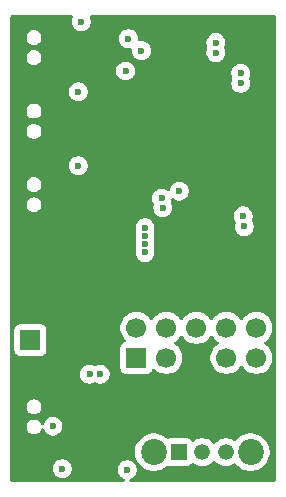
<source format=gbr>
%TF.GenerationSoftware,KiCad,Pcbnew,9.0.4*%
%TF.CreationDate,2025-09-28T00:50:50+02:00*%
%TF.ProjectId,BTM308-host-top,42544d33-3038-42d6-986f-73742d746f70,rev?*%
%TF.SameCoordinates,Original*%
%TF.FileFunction,Copper,L2,Inr*%
%TF.FilePolarity,Positive*%
%FSLAX46Y46*%
G04 Gerber Fmt 4.6, Leading zero omitted, Abs format (unit mm)*
G04 Created by KiCad (PCBNEW 9.0.4) date 2025-09-28 00:50:50*
%MOMM*%
%LPD*%
G01*
G04 APERTURE LIST*
%TA.AperFunction,ComponentPad*%
%ADD10R,1.700000X1.700000*%
%TD*%
%TA.AperFunction,ComponentPad*%
%ADD11C,1.700000*%
%TD*%
%TA.AperFunction,ComponentPad*%
%ADD12R,1.337000X1.337000*%
%TD*%
%TA.AperFunction,ComponentPad*%
%ADD13C,1.337000*%
%TD*%
%TA.AperFunction,ComponentPad*%
%ADD14C,2.190000*%
%TD*%
%TA.AperFunction,ViaPad*%
%ADD15C,0.600000*%
%TD*%
G04 APERTURE END LIST*
D10*
%TO.N,GND*%
%TO.C,J7*%
X116700000Y-79300000D03*
%TD*%
%TO.N,Net-(J6-Pin_1)*%
%TO.C,J6*%
X116700000Y-83500000D03*
%TD*%
%TO.N,AGND*%
%TO.C,J5*%
X125670000Y-85025000D03*
D11*
X125670000Y-82485000D03*
X128210000Y-85025000D03*
%TO.N,/SPK_AN*%
X128210000Y-82485000D03*
%TO.N,GND*%
X130750000Y-85025000D03*
%TO.N,/SPK_AP*%
X130750000Y-82485000D03*
%TO.N,/VCHG*%
X133290000Y-85025000D03*
%TO.N,/SPK_BP*%
X133290000Y-82485000D03*
%TO.N,/VBAT*%
X135830000Y-85025000D03*
%TO.N,/SPK_BN*%
X135830000Y-82485000D03*
%TD*%
D12*
%TO.N,/MFB*%
%TO.C,SW4*%
X129250000Y-93000000D03*
D13*
%TO.N,/VBAT*%
X131250000Y-93000000D03*
%TO.N,N/C*%
X133250000Y-93000000D03*
D14*
X127150000Y-93000000D03*
X135350000Y-93000000D03*
%TD*%
D15*
%TO.N,GND*%
X118400000Y-65000000D03*
X127700000Y-88000000D03*
X120600000Y-79300000D03*
X130600000Y-65700000D03*
X115600000Y-65300000D03*
X131000000Y-61100000D03*
X128400000Y-63300000D03*
X115800000Y-90100000D03*
X134800000Y-75200000D03*
X130800000Y-68900000D03*
X128700000Y-57400000D03*
X117700000Y-75600000D03*
X119700000Y-67700000D03*
X117700000Y-86800000D03*
X128500000Y-65800000D03*
X115800000Y-86600000D03*
X118300000Y-58800000D03*
X134600000Y-63800000D03*
X120700000Y-83500000D03*
X120600000Y-81300000D03*
X134800000Y-75800000D03*
X134500000Y-67200000D03*
X115900000Y-94000000D03*
X118500000Y-71300000D03*
X129200000Y-75600000D03*
X130400000Y-74300000D03*
X126700000Y-56700000D03*
X129600000Y-94900000D03*
X131300000Y-88000000D03*
X119900000Y-61300000D03*
X132400000Y-80300000D03*
X131400000Y-63500000D03*
X120700000Y-74900000D03*
X128700000Y-89900000D03*
X128500000Y-68300000D03*
X133400000Y-94900000D03*
X134900000Y-88000000D03*
X116000000Y-58900000D03*
X115800000Y-71800000D03*
X132300000Y-89900000D03*
X135900000Y-89900000D03*
X124000000Y-79200000D03*
X117500000Y-94100000D03*
%TO.N,/MFB*%
X129300000Y-70900000D03*
%TO.N,/SPK_AN*%
X132400000Y-59175000D03*
%TO.N,Net-(U1-PIO8)*%
X125000000Y-58000000D03*
X120750000Y-62500000D03*
%TO.N,/LED2*%
X121700000Y-86400000D03*
X127800000Y-71500000D03*
%TO.N,Net-(U1-PIO1)*%
X126100000Y-59000000D03*
X120750000Y-68750000D03*
%TO.N,/VBAT*%
X118600000Y-90800000D03*
X124900000Y-94500000D03*
X119400000Y-94400000D03*
X134700000Y-73000000D03*
X134800000Y-73900000D03*
%TO.N,/SPK_AP*%
X132400000Y-58325000D03*
%TO.N,Net-(U1-PIO0)*%
X121000000Y-56550000D03*
X124750000Y-60731671D03*
%TO.N,/SPK_BP*%
X134506472Y-60925000D03*
%TO.N,/LED0*%
X127900000Y-72293726D03*
X122600000Y-86400000D03*
%TO.N,/SPK_BN*%
X134506472Y-61775000D03*
%TO.N,AGND*%
X126400000Y-75400000D03*
X126400000Y-76100000D03*
X126400000Y-74700000D03*
X126400000Y-74000000D03*
%TD*%
%TA.AperFunction,Conductor*%
%TO.N,GND*%
G36*
X120242822Y-56019685D02*
G01*
X120288577Y-56072489D01*
X120298521Y-56141647D01*
X120290344Y-56171452D01*
X120230264Y-56316498D01*
X120230261Y-56316510D01*
X120199500Y-56471153D01*
X120199500Y-56628846D01*
X120230261Y-56783489D01*
X120230264Y-56783501D01*
X120290602Y-56929172D01*
X120290609Y-56929185D01*
X120378210Y-57060288D01*
X120378213Y-57060292D01*
X120489707Y-57171786D01*
X120489711Y-57171789D01*
X120620814Y-57259390D01*
X120620827Y-57259397D01*
X120766498Y-57319735D01*
X120766503Y-57319737D01*
X120896962Y-57345687D01*
X120921153Y-57350499D01*
X120921156Y-57350500D01*
X120921158Y-57350500D01*
X121078844Y-57350500D01*
X121078845Y-57350499D01*
X121233497Y-57319737D01*
X121379179Y-57259394D01*
X121510289Y-57171789D01*
X121621789Y-57060289D01*
X121709394Y-56929179D01*
X121769737Y-56783497D01*
X121800500Y-56628842D01*
X121800500Y-56471158D01*
X121800500Y-56471155D01*
X121800499Y-56471153D01*
X121769738Y-56316510D01*
X121769737Y-56316503D01*
X121769735Y-56316498D01*
X121709656Y-56171452D01*
X121702187Y-56101983D01*
X121733462Y-56039504D01*
X121793552Y-56003852D01*
X121824217Y-56000000D01*
X137376000Y-56000000D01*
X137443039Y-56019685D01*
X137488794Y-56072489D01*
X137500000Y-56124000D01*
X137500000Y-95376000D01*
X137480315Y-95443039D01*
X137427511Y-95488794D01*
X137376000Y-95500000D01*
X125200983Y-95500000D01*
X125133944Y-95480315D01*
X125088189Y-95427511D01*
X125078245Y-95358353D01*
X125107270Y-95294797D01*
X125153531Y-95261439D01*
X125279172Y-95209397D01*
X125279172Y-95209396D01*
X125279179Y-95209394D01*
X125410289Y-95121789D01*
X125521789Y-95010289D01*
X125609394Y-94879179D01*
X125669737Y-94733497D01*
X125700500Y-94578842D01*
X125700500Y-94421158D01*
X125700500Y-94421155D01*
X125700499Y-94421153D01*
X125669737Y-94266503D01*
X125649224Y-94216980D01*
X125609397Y-94120827D01*
X125609390Y-94120814D01*
X125521789Y-93989711D01*
X125521786Y-93989707D01*
X125410292Y-93878213D01*
X125410288Y-93878210D01*
X125279185Y-93790609D01*
X125279172Y-93790602D01*
X125133501Y-93730264D01*
X125133489Y-93730261D01*
X124978845Y-93699500D01*
X124978842Y-93699500D01*
X124821158Y-93699500D01*
X124821155Y-93699500D01*
X124666510Y-93730261D01*
X124666498Y-93730264D01*
X124520827Y-93790602D01*
X124520814Y-93790609D01*
X124389711Y-93878210D01*
X124389707Y-93878213D01*
X124278213Y-93989707D01*
X124278210Y-93989711D01*
X124190609Y-94120814D01*
X124190602Y-94120827D01*
X124130264Y-94266498D01*
X124130261Y-94266510D01*
X124099500Y-94421153D01*
X124099500Y-94578846D01*
X124130261Y-94733489D01*
X124130264Y-94733501D01*
X124190602Y-94879172D01*
X124190609Y-94879185D01*
X124278210Y-95010288D01*
X124278213Y-95010292D01*
X124389707Y-95121786D01*
X124389711Y-95121789D01*
X124520814Y-95209390D01*
X124520827Y-95209397D01*
X124646469Y-95261439D01*
X124700873Y-95305280D01*
X124722938Y-95371574D01*
X124705659Y-95439273D01*
X124654522Y-95486884D01*
X124599017Y-95500000D01*
X115124000Y-95500000D01*
X115056961Y-95480315D01*
X115011206Y-95427511D01*
X115000000Y-95376000D01*
X115000000Y-94321153D01*
X118599500Y-94321153D01*
X118599500Y-94478846D01*
X118630261Y-94633489D01*
X118630264Y-94633501D01*
X118690602Y-94779172D01*
X118690609Y-94779185D01*
X118778210Y-94910288D01*
X118778213Y-94910292D01*
X118889707Y-95021786D01*
X118889711Y-95021789D01*
X119020814Y-95109390D01*
X119020827Y-95109397D01*
X119166498Y-95169735D01*
X119166503Y-95169737D01*
X119321153Y-95200499D01*
X119321156Y-95200500D01*
X119321158Y-95200500D01*
X119478844Y-95200500D01*
X119478845Y-95200499D01*
X119633497Y-95169737D01*
X119779179Y-95109394D01*
X119910289Y-95021789D01*
X120021789Y-94910289D01*
X120109394Y-94779179D01*
X120169737Y-94633497D01*
X120200500Y-94478842D01*
X120200500Y-94321158D01*
X120200500Y-94321155D01*
X120200499Y-94321153D01*
X120189627Y-94266498D01*
X120169737Y-94166503D01*
X120150812Y-94120814D01*
X120109397Y-94020827D01*
X120109390Y-94020814D01*
X120021789Y-93889711D01*
X120021786Y-93889707D01*
X119910292Y-93778213D01*
X119910288Y-93778210D01*
X119779185Y-93690609D01*
X119779172Y-93690602D01*
X119633501Y-93630264D01*
X119633489Y-93630261D01*
X119478845Y-93599500D01*
X119478842Y-93599500D01*
X119321158Y-93599500D01*
X119321155Y-93599500D01*
X119166510Y-93630261D01*
X119166498Y-93630264D01*
X119020827Y-93690602D01*
X119020814Y-93690609D01*
X118889711Y-93778210D01*
X118889707Y-93778213D01*
X118778213Y-93889707D01*
X118778210Y-93889711D01*
X118690609Y-94020814D01*
X118690602Y-94020827D01*
X118630264Y-94166498D01*
X118630261Y-94166510D01*
X118599500Y-94321153D01*
X115000000Y-94321153D01*
X115000000Y-92874425D01*
X125554500Y-92874425D01*
X125554500Y-93125574D01*
X125593785Y-93373614D01*
X125671393Y-93612464D01*
X125731415Y-93730261D01*
X125769490Y-93804988D01*
X125785408Y-93836227D01*
X125933014Y-94039393D01*
X126110606Y-94216985D01*
X126300722Y-94355109D01*
X126313776Y-94364594D01*
X126424779Y-94421153D01*
X126537535Y-94478606D01*
X126537537Y-94478606D01*
X126537540Y-94478608D01*
X126665567Y-94520206D01*
X126776385Y-94556214D01*
X127024426Y-94595500D01*
X127024431Y-94595500D01*
X127275574Y-94595500D01*
X127523614Y-94556214D01*
X127762460Y-94478608D01*
X127986224Y-94364594D01*
X128189399Y-94216980D01*
X128249983Y-94156395D01*
X128311303Y-94122912D01*
X128380994Y-94127895D01*
X128457410Y-94156397D01*
X128474017Y-94162591D01*
X128474016Y-94162591D01*
X128480944Y-94163335D01*
X128533627Y-94169000D01*
X129966372Y-94168999D01*
X130025983Y-94162591D01*
X130160831Y-94112296D01*
X130276046Y-94026046D01*
X130342775Y-93936906D01*
X130398708Y-93895037D01*
X130468400Y-93890053D01*
X130514923Y-93910899D01*
X130637310Y-93999819D01*
X130801260Y-94083355D01*
X130976258Y-94140216D01*
X131036838Y-94149810D01*
X131157994Y-94169000D01*
X131157998Y-94169000D01*
X131342006Y-94169000D01*
X131432872Y-94154608D01*
X131523742Y-94140216D01*
X131698740Y-94083355D01*
X131862690Y-93999819D01*
X132011553Y-93891663D01*
X132141663Y-93761553D01*
X132149683Y-93750513D01*
X132205012Y-93707850D01*
X132274626Y-93701871D01*
X132336421Y-93734477D01*
X132350314Y-93750510D01*
X132358337Y-93761553D01*
X132488447Y-93891663D01*
X132637310Y-93999819D01*
X132801260Y-94083355D01*
X132976258Y-94140216D01*
X133036838Y-94149810D01*
X133157994Y-94169000D01*
X133157998Y-94169000D01*
X133342006Y-94169000D01*
X133432872Y-94154608D01*
X133523742Y-94140216D01*
X133698740Y-94083355D01*
X133862690Y-93999819D01*
X133920483Y-93957830D01*
X133986289Y-93934349D01*
X134054343Y-93950174D01*
X134093685Y-93985259D01*
X134133020Y-94039399D01*
X134133022Y-94039401D01*
X134310606Y-94216985D01*
X134500722Y-94355109D01*
X134513776Y-94364594D01*
X134624779Y-94421153D01*
X134737535Y-94478606D01*
X134737537Y-94478606D01*
X134737540Y-94478608D01*
X134865567Y-94520206D01*
X134976385Y-94556214D01*
X135224426Y-94595500D01*
X135224431Y-94595500D01*
X135475574Y-94595500D01*
X135723614Y-94556214D01*
X135962460Y-94478608D01*
X136186224Y-94364594D01*
X136321243Y-94266498D01*
X136389393Y-94216985D01*
X136389395Y-94216982D01*
X136389399Y-94216980D01*
X136566980Y-94039399D01*
X136566982Y-94039395D01*
X136566985Y-94039393D01*
X136671864Y-93895037D01*
X136714594Y-93836224D01*
X136828608Y-93612460D01*
X136906214Y-93373614D01*
X136945500Y-93125574D01*
X136945500Y-92874425D01*
X136906214Y-92626385D01*
X136870206Y-92515567D01*
X136828608Y-92387540D01*
X136828606Y-92387537D01*
X136828606Y-92387535D01*
X136752644Y-92238453D01*
X136714594Y-92163776D01*
X136677397Y-92112578D01*
X136566985Y-91960606D01*
X136389393Y-91783014D01*
X136186227Y-91635408D01*
X136186226Y-91635407D01*
X136186224Y-91635406D01*
X136116347Y-91599801D01*
X135962464Y-91521393D01*
X135723614Y-91443785D01*
X135475574Y-91404500D01*
X135475569Y-91404500D01*
X135224431Y-91404500D01*
X135224426Y-91404500D01*
X134976385Y-91443785D01*
X134737535Y-91521393D01*
X134513772Y-91635408D01*
X134310606Y-91783014D01*
X134133022Y-91960598D01*
X134133019Y-91960602D01*
X134093685Y-92014739D01*
X134038354Y-92057404D01*
X133968740Y-92063382D01*
X133920483Y-92042170D01*
X133862690Y-92000181D01*
X133698740Y-91916645D01*
X133523742Y-91859784D01*
X133523740Y-91859783D01*
X133523739Y-91859783D01*
X133342006Y-91831000D01*
X133342002Y-91831000D01*
X133157998Y-91831000D01*
X133157994Y-91831000D01*
X132976261Y-91859783D01*
X132801257Y-91916646D01*
X132637309Y-92000181D01*
X132488445Y-92108338D01*
X132358339Y-92238444D01*
X132358332Y-92238453D01*
X132350315Y-92249487D01*
X132294984Y-92292151D01*
X132225370Y-92298127D01*
X132163576Y-92265519D01*
X132149685Y-92249487D01*
X132141667Y-92238453D01*
X132141663Y-92238447D01*
X132011553Y-92108337D01*
X131862690Y-92000181D01*
X131698740Y-91916645D01*
X131523742Y-91859784D01*
X131523740Y-91859783D01*
X131523739Y-91859783D01*
X131342006Y-91831000D01*
X131342002Y-91831000D01*
X131157998Y-91831000D01*
X131157994Y-91831000D01*
X130976261Y-91859783D01*
X130801257Y-91916646D01*
X130637309Y-92000181D01*
X130514927Y-92089098D01*
X130449120Y-92112578D01*
X130381066Y-92096753D01*
X130342775Y-92063092D01*
X130306578Y-92014739D01*
X130276046Y-91973954D01*
X130276044Y-91973953D01*
X130276044Y-91973952D01*
X130160835Y-91887706D01*
X130160828Y-91887702D01*
X130025982Y-91837408D01*
X130025983Y-91837408D01*
X129966383Y-91831001D01*
X129966381Y-91831000D01*
X129966373Y-91831000D01*
X129966364Y-91831000D01*
X128533629Y-91831000D01*
X128533623Y-91831001D01*
X128474015Y-91837409D01*
X128380994Y-91872103D01*
X128311303Y-91877087D01*
X128249981Y-91843602D01*
X128189393Y-91783014D01*
X127986227Y-91635408D01*
X127986226Y-91635407D01*
X127986224Y-91635406D01*
X127916347Y-91599801D01*
X127762464Y-91521393D01*
X127523614Y-91443785D01*
X127275574Y-91404500D01*
X127275569Y-91404500D01*
X127024431Y-91404500D01*
X127024426Y-91404500D01*
X126776385Y-91443785D01*
X126537535Y-91521393D01*
X126313772Y-91635408D01*
X126110606Y-91783014D01*
X125933014Y-91960606D01*
X125785408Y-92163772D01*
X125671393Y-92387535D01*
X125593785Y-92626385D01*
X125554500Y-92874425D01*
X115000000Y-92874425D01*
X115000000Y-90805889D01*
X116374500Y-90805889D01*
X116374500Y-90929110D01*
X116398535Y-91049944D01*
X116398538Y-91049954D01*
X116445687Y-91163783D01*
X116445692Y-91163792D01*
X116514141Y-91266232D01*
X116514144Y-91266236D01*
X116601263Y-91353355D01*
X116601267Y-91353358D01*
X116703707Y-91421807D01*
X116703713Y-91421810D01*
X116703714Y-91421811D01*
X116817548Y-91468963D01*
X116938389Y-91492999D01*
X116938393Y-91493000D01*
X116938394Y-91493000D01*
X117061607Y-91493000D01*
X117061608Y-91492999D01*
X117182452Y-91468963D01*
X117296286Y-91421811D01*
X117398733Y-91353358D01*
X117485858Y-91266233D01*
X117554311Y-91163786D01*
X117601463Y-91049952D01*
X117601463Y-91049950D01*
X117603794Y-91044324D01*
X117605772Y-91045143D01*
X117638751Y-90994803D01*
X117702559Y-90966336D01*
X117771627Y-90976885D01*
X117824028Y-91023101D01*
X117833690Y-91041772D01*
X117890602Y-91179172D01*
X117890609Y-91179185D01*
X117978210Y-91310288D01*
X117978213Y-91310292D01*
X118089707Y-91421786D01*
X118089711Y-91421789D01*
X118220814Y-91509390D01*
X118220827Y-91509397D01*
X118366498Y-91569735D01*
X118366503Y-91569737D01*
X118521153Y-91600499D01*
X118521156Y-91600500D01*
X118521158Y-91600500D01*
X118678844Y-91600500D01*
X118678845Y-91600499D01*
X118833497Y-91569737D01*
X118979179Y-91509394D01*
X119110289Y-91421789D01*
X119221789Y-91310289D01*
X119309394Y-91179179D01*
X119315768Y-91163792D01*
X119369735Y-91033501D01*
X119369737Y-91033497D01*
X119400500Y-90878842D01*
X119400500Y-90721158D01*
X119400500Y-90721155D01*
X119400499Y-90721153D01*
X119370674Y-90571214D01*
X119369737Y-90566503D01*
X119329252Y-90468763D01*
X119309397Y-90420827D01*
X119309390Y-90420814D01*
X119221789Y-90289711D01*
X119221786Y-90289707D01*
X119110292Y-90178213D01*
X119110288Y-90178210D01*
X118979185Y-90090609D01*
X118979172Y-90090602D01*
X118833501Y-90030264D01*
X118833489Y-90030261D01*
X118678845Y-89999500D01*
X118678842Y-89999500D01*
X118521158Y-89999500D01*
X118521155Y-89999500D01*
X118366510Y-90030261D01*
X118366498Y-90030264D01*
X118220827Y-90090602D01*
X118220814Y-90090609D01*
X118089711Y-90178210D01*
X118089707Y-90178213D01*
X117978213Y-90289707D01*
X117978210Y-90289711D01*
X117890609Y-90420814D01*
X117890602Y-90420827D01*
X117830264Y-90566498D01*
X117830262Y-90566505D01*
X117819851Y-90618842D01*
X117787465Y-90680752D01*
X117726748Y-90715325D01*
X117656979Y-90711584D01*
X117600308Y-90670716D01*
X117583673Y-90642100D01*
X117554314Y-90571220D01*
X117554307Y-90571207D01*
X117485858Y-90468767D01*
X117485855Y-90468763D01*
X117398736Y-90381644D01*
X117398732Y-90381641D01*
X117296292Y-90313192D01*
X117296283Y-90313187D01*
X117182454Y-90266038D01*
X117182455Y-90266038D01*
X117182452Y-90266037D01*
X117182448Y-90266036D01*
X117182444Y-90266035D01*
X117061610Y-90242000D01*
X117061606Y-90242000D01*
X116938394Y-90242000D01*
X116938389Y-90242000D01*
X116817555Y-90266035D01*
X116817545Y-90266038D01*
X116703716Y-90313187D01*
X116703707Y-90313192D01*
X116601267Y-90381641D01*
X116601263Y-90381644D01*
X116514144Y-90468763D01*
X116514141Y-90468767D01*
X116445692Y-90571207D01*
X116445687Y-90571216D01*
X116398538Y-90685045D01*
X116398535Y-90685055D01*
X116374500Y-90805889D01*
X115000000Y-90805889D01*
X115000000Y-89105889D01*
X116374500Y-89105889D01*
X116374500Y-89229110D01*
X116398535Y-89349944D01*
X116398538Y-89349954D01*
X116445687Y-89463783D01*
X116445692Y-89463792D01*
X116514141Y-89566232D01*
X116514144Y-89566236D01*
X116601263Y-89653355D01*
X116601267Y-89653358D01*
X116703707Y-89721807D01*
X116703713Y-89721810D01*
X116703714Y-89721811D01*
X116817548Y-89768963D01*
X116938389Y-89792999D01*
X116938393Y-89793000D01*
X116938394Y-89793000D01*
X117061607Y-89793000D01*
X117061608Y-89792999D01*
X117182452Y-89768963D01*
X117296286Y-89721811D01*
X117398733Y-89653358D01*
X117485858Y-89566233D01*
X117554311Y-89463786D01*
X117601463Y-89349952D01*
X117625500Y-89229106D01*
X117625500Y-89105894D01*
X117601463Y-88985048D01*
X117554311Y-88871214D01*
X117554310Y-88871213D01*
X117554307Y-88871207D01*
X117485858Y-88768767D01*
X117485855Y-88768763D01*
X117398736Y-88681644D01*
X117398732Y-88681641D01*
X117296292Y-88613192D01*
X117296283Y-88613187D01*
X117182454Y-88566038D01*
X117182455Y-88566038D01*
X117182452Y-88566037D01*
X117182448Y-88566036D01*
X117182444Y-88566035D01*
X117061610Y-88542000D01*
X117061606Y-88542000D01*
X116938394Y-88542000D01*
X116938389Y-88542000D01*
X116817555Y-88566035D01*
X116817545Y-88566038D01*
X116703716Y-88613187D01*
X116703707Y-88613192D01*
X116601267Y-88681641D01*
X116601263Y-88681644D01*
X116514144Y-88768763D01*
X116514141Y-88768767D01*
X116445692Y-88871207D01*
X116445687Y-88871216D01*
X116398538Y-88985045D01*
X116398535Y-88985055D01*
X116374500Y-89105889D01*
X115000000Y-89105889D01*
X115000000Y-86321153D01*
X120899500Y-86321153D01*
X120899500Y-86478846D01*
X120930261Y-86633489D01*
X120930264Y-86633501D01*
X120990602Y-86779172D01*
X120990609Y-86779185D01*
X121078210Y-86910288D01*
X121078213Y-86910292D01*
X121189707Y-87021786D01*
X121189711Y-87021789D01*
X121320814Y-87109390D01*
X121320827Y-87109397D01*
X121466498Y-87169735D01*
X121466503Y-87169737D01*
X121621153Y-87200499D01*
X121621156Y-87200500D01*
X121621158Y-87200500D01*
X121778844Y-87200500D01*
X121778845Y-87200499D01*
X121933497Y-87169737D01*
X122079179Y-87109394D01*
X122081110Y-87108103D01*
X122082276Y-87107737D01*
X122084546Y-87106525D01*
X122084776Y-87106955D01*
X122147786Y-87087226D01*
X122215166Y-87105710D01*
X122218850Y-87108077D01*
X122220821Y-87109394D01*
X122220824Y-87109395D01*
X122220827Y-87109397D01*
X122366498Y-87169735D01*
X122366503Y-87169737D01*
X122521153Y-87200499D01*
X122521156Y-87200500D01*
X122521158Y-87200500D01*
X122678844Y-87200500D01*
X122678845Y-87200499D01*
X122833497Y-87169737D01*
X122979179Y-87109394D01*
X123110289Y-87021789D01*
X123221789Y-86910289D01*
X123309394Y-86779179D01*
X123369737Y-86633497D01*
X123400500Y-86478842D01*
X123400500Y-86321158D01*
X123400500Y-86321155D01*
X123400499Y-86321153D01*
X123369738Y-86166510D01*
X123369737Y-86166503D01*
X123349371Y-86117335D01*
X123309397Y-86020827D01*
X123309390Y-86020814D01*
X123221789Y-85889711D01*
X123221786Y-85889707D01*
X123110292Y-85778213D01*
X123110288Y-85778210D01*
X122979185Y-85690609D01*
X122979172Y-85690602D01*
X122833501Y-85630264D01*
X122833489Y-85630261D01*
X122678845Y-85599500D01*
X122678842Y-85599500D01*
X122521158Y-85599500D01*
X122521155Y-85599500D01*
X122366510Y-85630261D01*
X122366498Y-85630264D01*
X122220822Y-85690604D01*
X122220820Y-85690605D01*
X122218885Y-85691899D01*
X122217717Y-85692264D01*
X122215451Y-85693476D01*
X122215221Y-85693045D01*
X122152206Y-85712773D01*
X122084827Y-85694285D01*
X122081115Y-85691899D01*
X122079179Y-85690605D01*
X122079177Y-85690604D01*
X121933501Y-85630264D01*
X121933489Y-85630261D01*
X121778845Y-85599500D01*
X121778842Y-85599500D01*
X121621158Y-85599500D01*
X121621155Y-85599500D01*
X121466510Y-85630261D01*
X121466498Y-85630264D01*
X121320827Y-85690602D01*
X121320814Y-85690609D01*
X121189711Y-85778210D01*
X121189707Y-85778213D01*
X121078213Y-85889707D01*
X121078210Y-85889711D01*
X120990609Y-86020814D01*
X120990602Y-86020827D01*
X120930264Y-86166498D01*
X120930261Y-86166510D01*
X120899500Y-86321153D01*
X115000000Y-86321153D01*
X115000000Y-82602135D01*
X115349500Y-82602135D01*
X115349500Y-84397870D01*
X115349501Y-84397876D01*
X115355908Y-84457483D01*
X115406202Y-84592328D01*
X115406206Y-84592335D01*
X115492452Y-84707544D01*
X115492455Y-84707547D01*
X115607664Y-84793793D01*
X115607671Y-84793797D01*
X115742517Y-84844091D01*
X115742516Y-84844091D01*
X115749444Y-84844835D01*
X115802127Y-84850500D01*
X117597872Y-84850499D01*
X117657483Y-84844091D01*
X117792331Y-84793796D01*
X117907546Y-84707546D01*
X117993796Y-84592331D01*
X118044091Y-84457483D01*
X118050500Y-84397873D01*
X118050499Y-82602128D01*
X118044091Y-82542517D01*
X118044091Y-82542516D01*
X117997342Y-82417174D01*
X117993797Y-82407672D01*
X117993797Y-82407671D01*
X117993796Y-82407669D01*
X117993794Y-82407666D01*
X117993793Y-82407664D01*
X117972120Y-82378713D01*
X124319500Y-82378713D01*
X124319500Y-82591286D01*
X124352753Y-82801239D01*
X124418444Y-83003414D01*
X124514951Y-83192820D01*
X124639890Y-83364786D01*
X124753430Y-83478326D01*
X124786915Y-83539649D01*
X124781931Y-83609341D01*
X124740059Y-83665274D01*
X124709083Y-83682189D01*
X124577669Y-83731203D01*
X124577664Y-83731206D01*
X124462455Y-83817452D01*
X124462452Y-83817455D01*
X124376206Y-83932664D01*
X124376202Y-83932671D01*
X124325908Y-84067517D01*
X124319501Y-84127116D01*
X124319500Y-84127135D01*
X124319500Y-85922870D01*
X124319501Y-85922876D01*
X124325908Y-85982483D01*
X124376202Y-86117328D01*
X124376206Y-86117335D01*
X124462452Y-86232544D01*
X124462455Y-86232547D01*
X124577664Y-86318793D01*
X124577671Y-86318797D01*
X124712517Y-86369091D01*
X124712516Y-86369091D01*
X124719444Y-86369835D01*
X124772127Y-86375500D01*
X126567872Y-86375499D01*
X126627483Y-86369091D01*
X126762331Y-86318796D01*
X126877546Y-86232546D01*
X126963796Y-86117331D01*
X127012810Y-85985916D01*
X127054681Y-85929984D01*
X127120145Y-85905566D01*
X127188418Y-85920417D01*
X127216673Y-85941569D01*
X127330213Y-86055109D01*
X127502179Y-86180048D01*
X127502181Y-86180049D01*
X127502184Y-86180051D01*
X127691588Y-86276557D01*
X127893757Y-86342246D01*
X128103713Y-86375500D01*
X128103714Y-86375500D01*
X128316286Y-86375500D01*
X128316287Y-86375500D01*
X128526243Y-86342246D01*
X128728412Y-86276557D01*
X128917816Y-86180051D01*
X129004138Y-86117335D01*
X129089786Y-86055109D01*
X129089788Y-86055106D01*
X129089792Y-86055104D01*
X129240104Y-85904792D01*
X129240106Y-85904788D01*
X129240109Y-85904786D01*
X129365048Y-85732820D01*
X129365047Y-85732820D01*
X129365051Y-85732816D01*
X129461557Y-85543412D01*
X129527246Y-85341243D01*
X129560500Y-85131287D01*
X129560500Y-84918713D01*
X129527246Y-84708757D01*
X129461557Y-84506588D01*
X129365051Y-84317184D01*
X129365049Y-84317181D01*
X129365048Y-84317179D01*
X129240109Y-84145213D01*
X129089786Y-83994890D01*
X128917820Y-83869951D01*
X128917115Y-83869591D01*
X128909054Y-83865485D01*
X128858259Y-83817512D01*
X128841463Y-83749692D01*
X128863999Y-83683556D01*
X128909054Y-83644515D01*
X128917816Y-83640051D01*
X129007554Y-83574853D01*
X129089786Y-83515109D01*
X129089788Y-83515106D01*
X129089792Y-83515104D01*
X129240104Y-83364792D01*
X129240106Y-83364788D01*
X129240109Y-83364786D01*
X129365048Y-83192820D01*
X129365047Y-83192820D01*
X129365051Y-83192816D01*
X129369514Y-83184054D01*
X129417488Y-83133259D01*
X129485308Y-83116463D01*
X129551444Y-83138999D01*
X129590486Y-83184056D01*
X129594951Y-83192820D01*
X129719890Y-83364786D01*
X129870213Y-83515109D01*
X130042179Y-83640048D01*
X130042181Y-83640049D01*
X130042184Y-83640051D01*
X130231588Y-83736557D01*
X130433757Y-83802246D01*
X130643713Y-83835500D01*
X130643714Y-83835500D01*
X130856286Y-83835500D01*
X130856287Y-83835500D01*
X131066243Y-83802246D01*
X131268412Y-83736557D01*
X131457816Y-83640051D01*
X131547554Y-83574853D01*
X131629786Y-83515109D01*
X131629788Y-83515106D01*
X131629792Y-83515104D01*
X131780104Y-83364792D01*
X131780106Y-83364788D01*
X131780109Y-83364786D01*
X131905048Y-83192820D01*
X131905047Y-83192820D01*
X131905051Y-83192816D01*
X131909514Y-83184054D01*
X131957488Y-83133259D01*
X132025308Y-83116463D01*
X132091444Y-83138999D01*
X132130486Y-83184056D01*
X132134951Y-83192820D01*
X132259890Y-83364786D01*
X132410213Y-83515109D01*
X132582182Y-83640050D01*
X132590946Y-83644516D01*
X132641742Y-83692491D01*
X132658536Y-83760312D01*
X132635998Y-83826447D01*
X132590946Y-83865484D01*
X132582182Y-83869949D01*
X132410213Y-83994890D01*
X132259890Y-84145213D01*
X132134951Y-84317179D01*
X132038444Y-84506585D01*
X131972753Y-84708760D01*
X131939500Y-84918713D01*
X131939500Y-85131286D01*
X131972753Y-85341239D01*
X132038444Y-85543414D01*
X132134951Y-85732820D01*
X132259890Y-85904786D01*
X132410213Y-86055109D01*
X132582179Y-86180048D01*
X132582181Y-86180049D01*
X132582184Y-86180051D01*
X132771588Y-86276557D01*
X132973757Y-86342246D01*
X133183713Y-86375500D01*
X133183714Y-86375500D01*
X133396286Y-86375500D01*
X133396287Y-86375500D01*
X133606243Y-86342246D01*
X133808412Y-86276557D01*
X133997816Y-86180051D01*
X134084138Y-86117335D01*
X134169786Y-86055109D01*
X134169788Y-86055106D01*
X134169792Y-86055104D01*
X134320104Y-85904792D01*
X134320106Y-85904788D01*
X134320109Y-85904786D01*
X134445048Y-85732820D01*
X134445047Y-85732820D01*
X134445051Y-85732816D01*
X134449514Y-85724054D01*
X134497488Y-85673259D01*
X134565308Y-85656463D01*
X134631444Y-85678999D01*
X134670486Y-85724056D01*
X134674951Y-85732820D01*
X134799890Y-85904786D01*
X134950213Y-86055109D01*
X135122179Y-86180048D01*
X135122181Y-86180049D01*
X135122184Y-86180051D01*
X135311588Y-86276557D01*
X135513757Y-86342246D01*
X135723713Y-86375500D01*
X135723714Y-86375500D01*
X135936286Y-86375500D01*
X135936287Y-86375500D01*
X136146243Y-86342246D01*
X136348412Y-86276557D01*
X136537816Y-86180051D01*
X136624138Y-86117335D01*
X136709786Y-86055109D01*
X136709788Y-86055106D01*
X136709792Y-86055104D01*
X136860104Y-85904792D01*
X136860106Y-85904788D01*
X136860109Y-85904786D01*
X136985048Y-85732820D01*
X136985047Y-85732820D01*
X136985051Y-85732816D01*
X137081557Y-85543412D01*
X137147246Y-85341243D01*
X137180500Y-85131287D01*
X137180500Y-84918713D01*
X137147246Y-84708757D01*
X137081557Y-84506588D01*
X136985051Y-84317184D01*
X136985049Y-84317181D01*
X136985048Y-84317179D01*
X136860109Y-84145213D01*
X136709786Y-83994890D01*
X136537820Y-83869951D01*
X136537115Y-83869591D01*
X136529054Y-83865485D01*
X136478259Y-83817512D01*
X136461463Y-83749692D01*
X136483999Y-83683556D01*
X136529054Y-83644515D01*
X136537816Y-83640051D01*
X136627554Y-83574853D01*
X136709786Y-83515109D01*
X136709788Y-83515106D01*
X136709792Y-83515104D01*
X136860104Y-83364792D01*
X136860106Y-83364788D01*
X136860109Y-83364786D01*
X136985048Y-83192820D01*
X136985047Y-83192820D01*
X136985051Y-83192816D01*
X137081557Y-83003412D01*
X137147246Y-82801243D01*
X137180500Y-82591287D01*
X137180500Y-82378713D01*
X137147246Y-82168757D01*
X137081557Y-81966588D01*
X136985051Y-81777184D01*
X136985049Y-81777181D01*
X136985048Y-81777179D01*
X136860109Y-81605213D01*
X136709786Y-81454890D01*
X136537820Y-81329951D01*
X136348414Y-81233444D01*
X136348413Y-81233443D01*
X136348412Y-81233443D01*
X136146243Y-81167754D01*
X136146241Y-81167753D01*
X136146240Y-81167753D01*
X135984957Y-81142208D01*
X135936287Y-81134500D01*
X135723713Y-81134500D01*
X135675042Y-81142208D01*
X135513760Y-81167753D01*
X135311585Y-81233444D01*
X135122179Y-81329951D01*
X134950213Y-81454890D01*
X134799890Y-81605213D01*
X134674949Y-81777182D01*
X134670484Y-81785946D01*
X134622509Y-81836742D01*
X134554688Y-81853536D01*
X134488553Y-81830998D01*
X134449516Y-81785946D01*
X134445050Y-81777182D01*
X134320109Y-81605213D01*
X134169786Y-81454890D01*
X133997820Y-81329951D01*
X133808414Y-81233444D01*
X133808413Y-81233443D01*
X133808412Y-81233443D01*
X133606243Y-81167754D01*
X133606241Y-81167753D01*
X133606240Y-81167753D01*
X133444957Y-81142208D01*
X133396287Y-81134500D01*
X133183713Y-81134500D01*
X133135042Y-81142208D01*
X132973760Y-81167753D01*
X132771585Y-81233444D01*
X132582179Y-81329951D01*
X132410213Y-81454890D01*
X132259890Y-81605213D01*
X132134949Y-81777182D01*
X132130484Y-81785946D01*
X132082509Y-81836742D01*
X132014688Y-81853536D01*
X131948553Y-81830998D01*
X131909516Y-81785946D01*
X131905050Y-81777182D01*
X131780109Y-81605213D01*
X131629786Y-81454890D01*
X131457820Y-81329951D01*
X131268414Y-81233444D01*
X131268413Y-81233443D01*
X131268412Y-81233443D01*
X131066243Y-81167754D01*
X131066241Y-81167753D01*
X131066240Y-81167753D01*
X130904957Y-81142208D01*
X130856287Y-81134500D01*
X130643713Y-81134500D01*
X130595042Y-81142208D01*
X130433760Y-81167753D01*
X130231585Y-81233444D01*
X130042179Y-81329951D01*
X129870213Y-81454890D01*
X129719890Y-81605213D01*
X129594949Y-81777182D01*
X129590484Y-81785946D01*
X129542509Y-81836742D01*
X129474688Y-81853536D01*
X129408553Y-81830998D01*
X129369516Y-81785946D01*
X129365050Y-81777182D01*
X129240109Y-81605213D01*
X129089786Y-81454890D01*
X128917820Y-81329951D01*
X128728414Y-81233444D01*
X128728413Y-81233443D01*
X128728412Y-81233443D01*
X128526243Y-81167754D01*
X128526241Y-81167753D01*
X128526240Y-81167753D01*
X128364957Y-81142208D01*
X128316287Y-81134500D01*
X128103713Y-81134500D01*
X128055042Y-81142208D01*
X127893760Y-81167753D01*
X127691585Y-81233444D01*
X127502179Y-81329951D01*
X127330213Y-81454890D01*
X127179890Y-81605213D01*
X127054949Y-81777182D01*
X127050484Y-81785946D01*
X127002509Y-81836742D01*
X126934688Y-81853536D01*
X126868553Y-81830998D01*
X126829516Y-81785946D01*
X126825050Y-81777182D01*
X126700109Y-81605213D01*
X126549786Y-81454890D01*
X126377820Y-81329951D01*
X126188414Y-81233444D01*
X126188413Y-81233443D01*
X126188412Y-81233443D01*
X125986243Y-81167754D01*
X125986241Y-81167753D01*
X125986240Y-81167753D01*
X125824957Y-81142208D01*
X125776287Y-81134500D01*
X125563713Y-81134500D01*
X125515042Y-81142208D01*
X125353760Y-81167753D01*
X125151585Y-81233444D01*
X124962179Y-81329951D01*
X124790213Y-81454890D01*
X124639890Y-81605213D01*
X124514951Y-81777179D01*
X124418444Y-81966585D01*
X124352753Y-82168760D01*
X124319500Y-82378713D01*
X117972120Y-82378713D01*
X117907547Y-82292455D01*
X117907544Y-82292452D01*
X117792335Y-82206206D01*
X117792328Y-82206202D01*
X117657482Y-82155908D01*
X117657483Y-82155908D01*
X117597883Y-82149501D01*
X117597881Y-82149500D01*
X117597873Y-82149500D01*
X117597864Y-82149500D01*
X115802129Y-82149500D01*
X115802123Y-82149501D01*
X115742516Y-82155908D01*
X115607671Y-82206202D01*
X115607664Y-82206206D01*
X115492455Y-82292452D01*
X115492452Y-82292455D01*
X115406206Y-82407664D01*
X115406202Y-82407671D01*
X115355908Y-82542517D01*
X115350665Y-82591287D01*
X115349501Y-82602123D01*
X115349500Y-82602135D01*
X115000000Y-82602135D01*
X115000000Y-73921153D01*
X125599500Y-73921153D01*
X125599500Y-74078846D01*
X125630260Y-74233488D01*
X125630262Y-74233493D01*
X125630263Y-74233497D01*
X125658864Y-74302547D01*
X125658865Y-74302549D01*
X125666333Y-74372018D01*
X125658865Y-74397447D01*
X125630263Y-74466503D01*
X125630262Y-74466506D01*
X125630260Y-74466511D01*
X125599500Y-74621153D01*
X125599500Y-74778846D01*
X125630260Y-74933488D01*
X125630262Y-74933493D01*
X125630263Y-74933497D01*
X125658864Y-75002547D01*
X125658865Y-75002549D01*
X125666333Y-75072018D01*
X125658865Y-75097447D01*
X125630263Y-75166503D01*
X125630262Y-75166506D01*
X125630260Y-75166511D01*
X125599500Y-75321153D01*
X125599500Y-75478846D01*
X125630260Y-75633488D01*
X125630262Y-75633493D01*
X125630263Y-75633497D01*
X125658864Y-75702547D01*
X125658865Y-75702549D01*
X125666333Y-75772018D01*
X125658865Y-75797447D01*
X125630263Y-75866503D01*
X125630262Y-75866506D01*
X125630260Y-75866511D01*
X125599500Y-76021153D01*
X125599500Y-76178846D01*
X125630261Y-76333489D01*
X125630264Y-76333501D01*
X125690602Y-76479172D01*
X125690609Y-76479185D01*
X125778210Y-76610288D01*
X125778213Y-76610292D01*
X125889707Y-76721786D01*
X125889711Y-76721789D01*
X126020814Y-76809390D01*
X126020827Y-76809397D01*
X126166498Y-76869735D01*
X126166503Y-76869737D01*
X126321153Y-76900499D01*
X126321156Y-76900500D01*
X126321158Y-76900500D01*
X126478844Y-76900500D01*
X126478845Y-76900499D01*
X126633497Y-76869737D01*
X126779179Y-76809394D01*
X126910289Y-76721789D01*
X127021789Y-76610289D01*
X127109394Y-76479179D01*
X127169737Y-76333497D01*
X127200500Y-76178842D01*
X127200500Y-76021158D01*
X127200500Y-76021155D01*
X127200499Y-76021153D01*
X127169737Y-75866503D01*
X127141134Y-75797450D01*
X127133666Y-75727984D01*
X127141133Y-75702552D01*
X127169737Y-75633497D01*
X127200500Y-75478842D01*
X127200500Y-75321158D01*
X127200500Y-75321155D01*
X127200499Y-75321153D01*
X127169737Y-75166503D01*
X127141134Y-75097450D01*
X127133666Y-75027984D01*
X127141133Y-75002552D01*
X127169737Y-74933497D01*
X127200500Y-74778842D01*
X127200500Y-74621158D01*
X127200500Y-74621155D01*
X127200499Y-74621153D01*
X127180734Y-74521789D01*
X127169737Y-74466503D01*
X127141134Y-74397450D01*
X127133666Y-74327984D01*
X127141133Y-74302552D01*
X127169737Y-74233497D01*
X127200500Y-74078842D01*
X127200500Y-73921158D01*
X127200500Y-73921155D01*
X127200499Y-73921153D01*
X127169737Y-73766503D01*
X127169735Y-73766498D01*
X127109397Y-73620827D01*
X127109390Y-73620814D01*
X127021789Y-73489711D01*
X127021786Y-73489707D01*
X126910292Y-73378213D01*
X126910288Y-73378210D01*
X126779185Y-73290609D01*
X126779172Y-73290602D01*
X126633501Y-73230264D01*
X126633489Y-73230261D01*
X126478845Y-73199500D01*
X126478842Y-73199500D01*
X126321158Y-73199500D01*
X126321155Y-73199500D01*
X126166510Y-73230261D01*
X126166498Y-73230264D01*
X126020827Y-73290602D01*
X126020814Y-73290609D01*
X125889711Y-73378210D01*
X125889707Y-73378213D01*
X125778213Y-73489707D01*
X125778210Y-73489711D01*
X125690609Y-73620814D01*
X125690602Y-73620827D01*
X125630264Y-73766498D01*
X125630261Y-73766510D01*
X125599500Y-73921153D01*
X115000000Y-73921153D01*
X115000000Y-71988389D01*
X116374500Y-71988389D01*
X116374500Y-72111610D01*
X116398535Y-72232444D01*
X116398538Y-72232454D01*
X116445687Y-72346283D01*
X116445692Y-72346292D01*
X116514141Y-72448732D01*
X116514144Y-72448736D01*
X116601263Y-72535855D01*
X116601267Y-72535858D01*
X116703707Y-72604307D01*
X116703713Y-72604310D01*
X116703714Y-72604311D01*
X116817548Y-72651463D01*
X116925348Y-72672905D01*
X116938389Y-72675499D01*
X116938393Y-72675500D01*
X116938394Y-72675500D01*
X117061607Y-72675500D01*
X117061608Y-72675499D01*
X117182452Y-72651463D01*
X117296286Y-72604311D01*
X117398733Y-72535858D01*
X117485858Y-72448733D01*
X117554311Y-72346286D01*
X117601463Y-72232452D01*
X117625500Y-72111606D01*
X117625500Y-71988394D01*
X117601463Y-71867548D01*
X117554311Y-71753714D01*
X117554310Y-71753713D01*
X117554307Y-71753707D01*
X117485858Y-71651267D01*
X117485855Y-71651263D01*
X117398736Y-71564144D01*
X117398732Y-71564141D01*
X117329929Y-71518168D01*
X117296292Y-71495692D01*
X117296283Y-71495687D01*
X117182454Y-71448538D01*
X117182455Y-71448538D01*
X117182452Y-71448537D01*
X117182448Y-71448536D01*
X117182444Y-71448535D01*
X117061610Y-71424500D01*
X117061606Y-71424500D01*
X116938394Y-71424500D01*
X116938389Y-71424500D01*
X116817555Y-71448535D01*
X116817545Y-71448538D01*
X116703716Y-71495687D01*
X116703707Y-71495692D01*
X116601267Y-71564141D01*
X116601263Y-71564144D01*
X116514144Y-71651263D01*
X116514141Y-71651267D01*
X116445692Y-71753707D01*
X116445687Y-71753716D01*
X116398538Y-71867545D01*
X116398535Y-71867555D01*
X116374500Y-71988389D01*
X115000000Y-71988389D01*
X115000000Y-71421153D01*
X126999500Y-71421153D01*
X126999500Y-71578846D01*
X127030261Y-71733489D01*
X127030264Y-71733501D01*
X127090602Y-71879172D01*
X127090609Y-71879184D01*
X127124558Y-71929992D01*
X127145436Y-71996669D01*
X127136018Y-72046334D01*
X127130263Y-72060228D01*
X127130261Y-72060231D01*
X127099500Y-72214879D01*
X127099500Y-72372572D01*
X127130261Y-72527215D01*
X127130264Y-72527227D01*
X127190602Y-72672898D01*
X127190609Y-72672911D01*
X127278210Y-72804014D01*
X127278213Y-72804018D01*
X127389707Y-72915512D01*
X127389711Y-72915515D01*
X127520814Y-73003116D01*
X127520827Y-73003123D01*
X127666498Y-73063461D01*
X127666503Y-73063463D01*
X127821153Y-73094225D01*
X127821156Y-73094226D01*
X127821158Y-73094226D01*
X127978844Y-73094226D01*
X127978845Y-73094225D01*
X128133497Y-73063463D01*
X128279179Y-73003120D01*
X128401851Y-72921153D01*
X133899500Y-72921153D01*
X133899500Y-73078846D01*
X133930261Y-73233489D01*
X133930264Y-73233501D01*
X133990602Y-73379172D01*
X133990612Y-73379190D01*
X134051732Y-73470663D01*
X134072610Y-73537340D01*
X134063192Y-73587004D01*
X134030262Y-73666506D01*
X134030260Y-73666511D01*
X133999500Y-73821153D01*
X133999500Y-73978846D01*
X134030261Y-74133489D01*
X134030264Y-74133501D01*
X134090602Y-74279172D01*
X134090609Y-74279185D01*
X134178210Y-74410288D01*
X134178213Y-74410292D01*
X134289707Y-74521786D01*
X134289711Y-74521789D01*
X134420814Y-74609390D01*
X134420827Y-74609397D01*
X134566498Y-74669735D01*
X134566503Y-74669737D01*
X134721153Y-74700499D01*
X134721156Y-74700500D01*
X134721158Y-74700500D01*
X134878844Y-74700500D01*
X134878845Y-74700499D01*
X135033497Y-74669737D01*
X135179179Y-74609394D01*
X135310289Y-74521789D01*
X135421789Y-74410289D01*
X135509394Y-74279179D01*
X135569737Y-74133497D01*
X135600500Y-73978842D01*
X135600500Y-73821158D01*
X135600500Y-73821155D01*
X135600499Y-73821153D01*
X135589627Y-73766498D01*
X135569737Y-73666503D01*
X135536808Y-73587004D01*
X135509397Y-73520827D01*
X135509390Y-73520814D01*
X135448267Y-73429337D01*
X135427389Y-73362659D01*
X135436808Y-73312993D01*
X135446083Y-73290602D01*
X135469737Y-73233497D01*
X135500500Y-73078842D01*
X135500500Y-72921158D01*
X135500500Y-72921155D01*
X135500499Y-72921153D01*
X135477199Y-72804018D01*
X135469737Y-72766503D01*
X135432043Y-72675500D01*
X135409397Y-72620827D01*
X135409390Y-72620814D01*
X135321789Y-72489711D01*
X135321786Y-72489707D01*
X135210292Y-72378213D01*
X135210288Y-72378210D01*
X135079185Y-72290609D01*
X135079172Y-72290602D01*
X134933501Y-72230264D01*
X134933489Y-72230261D01*
X134778845Y-72199500D01*
X134778842Y-72199500D01*
X134621158Y-72199500D01*
X134621155Y-72199500D01*
X134466510Y-72230261D01*
X134466498Y-72230264D01*
X134320827Y-72290602D01*
X134320814Y-72290609D01*
X134189711Y-72378210D01*
X134189707Y-72378213D01*
X134078213Y-72489707D01*
X134078210Y-72489711D01*
X133990609Y-72620814D01*
X133990602Y-72620827D01*
X133930264Y-72766498D01*
X133930261Y-72766510D01*
X133899500Y-72921153D01*
X128401851Y-72921153D01*
X128410289Y-72915515D01*
X128410292Y-72915512D01*
X128498420Y-72827385D01*
X128521786Y-72804018D01*
X128521789Y-72804015D01*
X128609394Y-72672905D01*
X128618276Y-72651463D01*
X128666160Y-72535858D01*
X128669737Y-72527223D01*
X128700500Y-72372568D01*
X128700500Y-72214884D01*
X128700500Y-72214881D01*
X128700499Y-72214879D01*
X128679957Y-72111607D01*
X128669737Y-72060229D01*
X128639980Y-71988389D01*
X128609397Y-71914553D01*
X128609393Y-71914546D01*
X128585765Y-71879184D01*
X128575440Y-71863732D01*
X128554563Y-71797057D01*
X128557711Y-71766993D01*
X128560029Y-71756931D01*
X128569737Y-71733497D01*
X128596875Y-71597061D01*
X128597295Y-71595243D01*
X128613537Y-71566349D01*
X128628895Y-71536990D01*
X128630581Y-71536029D01*
X128631533Y-71534337D01*
X128660821Y-71518809D01*
X128689610Y-71502416D01*
X128691547Y-71502519D01*
X128693264Y-71501610D01*
X128726293Y-71504381D01*
X128759380Y-71506155D01*
X128761788Y-71507360D01*
X128762889Y-71507453D01*
X128764603Y-71508769D01*
X128787018Y-71519990D01*
X128920814Y-71609390D01*
X128920827Y-71609397D01*
X129021902Y-71651263D01*
X129066503Y-71669737D01*
X129221153Y-71700499D01*
X129221156Y-71700500D01*
X129221158Y-71700500D01*
X129378844Y-71700500D01*
X129378845Y-71700499D01*
X129533497Y-71669737D01*
X129679179Y-71609394D01*
X129810289Y-71521789D01*
X129921789Y-71410289D01*
X130009394Y-71279179D01*
X130069737Y-71133497D01*
X130100500Y-70978842D01*
X130100500Y-70821158D01*
X130100500Y-70821155D01*
X130100499Y-70821153D01*
X130086094Y-70748736D01*
X130069737Y-70666503D01*
X130069735Y-70666498D01*
X130009397Y-70520827D01*
X130009390Y-70520814D01*
X129921789Y-70389711D01*
X129921786Y-70389707D01*
X129810292Y-70278213D01*
X129810288Y-70278210D01*
X129679185Y-70190609D01*
X129679172Y-70190602D01*
X129533501Y-70130264D01*
X129533489Y-70130261D01*
X129378845Y-70099500D01*
X129378842Y-70099500D01*
X129221158Y-70099500D01*
X129221155Y-70099500D01*
X129066510Y-70130261D01*
X129066498Y-70130264D01*
X128920827Y-70190602D01*
X128920814Y-70190609D01*
X128789711Y-70278210D01*
X128789707Y-70278213D01*
X128678213Y-70389707D01*
X128678210Y-70389711D01*
X128590609Y-70520814D01*
X128590602Y-70520827D01*
X128530264Y-70666498D01*
X128530261Y-70666508D01*
X128503489Y-70801099D01*
X128471104Y-70863010D01*
X128410388Y-70897584D01*
X128340618Y-70893843D01*
X128312981Y-70880009D01*
X128179185Y-70790609D01*
X128179172Y-70790602D01*
X128033501Y-70730264D01*
X128033489Y-70730261D01*
X127878845Y-70699500D01*
X127878842Y-70699500D01*
X127721158Y-70699500D01*
X127721155Y-70699500D01*
X127566510Y-70730261D01*
X127566498Y-70730264D01*
X127420827Y-70790602D01*
X127420814Y-70790609D01*
X127289711Y-70878210D01*
X127289707Y-70878213D01*
X127178213Y-70989707D01*
X127178210Y-70989711D01*
X127090609Y-71120814D01*
X127090602Y-71120827D01*
X127030264Y-71266498D01*
X127030261Y-71266510D01*
X126999500Y-71421153D01*
X115000000Y-71421153D01*
X115000000Y-70288389D01*
X116374500Y-70288389D01*
X116374500Y-70411610D01*
X116398535Y-70532444D01*
X116398538Y-70532454D01*
X116445687Y-70646283D01*
X116445692Y-70646292D01*
X116514141Y-70748732D01*
X116514144Y-70748736D01*
X116601263Y-70835855D01*
X116601267Y-70835858D01*
X116703707Y-70904307D01*
X116703713Y-70904310D01*
X116703714Y-70904311D01*
X116817548Y-70951463D01*
X116938389Y-70975499D01*
X116938393Y-70975500D01*
X116938394Y-70975500D01*
X117061607Y-70975500D01*
X117061608Y-70975499D01*
X117182452Y-70951463D01*
X117296286Y-70904311D01*
X117398733Y-70835858D01*
X117485858Y-70748733D01*
X117554311Y-70646286D01*
X117601463Y-70532452D01*
X117625500Y-70411606D01*
X117625500Y-70288394D01*
X117601463Y-70167548D01*
X117554311Y-70053714D01*
X117554310Y-70053713D01*
X117554307Y-70053707D01*
X117485858Y-69951267D01*
X117485855Y-69951263D01*
X117398736Y-69864144D01*
X117398732Y-69864141D01*
X117296292Y-69795692D01*
X117296283Y-69795687D01*
X117182454Y-69748538D01*
X117182455Y-69748538D01*
X117182452Y-69748537D01*
X117182448Y-69748536D01*
X117182444Y-69748535D01*
X117061610Y-69724500D01*
X117061606Y-69724500D01*
X116938394Y-69724500D01*
X116938389Y-69724500D01*
X116817555Y-69748535D01*
X116817545Y-69748538D01*
X116703716Y-69795687D01*
X116703707Y-69795692D01*
X116601267Y-69864141D01*
X116601263Y-69864144D01*
X116514144Y-69951263D01*
X116514141Y-69951267D01*
X116445692Y-70053707D01*
X116445687Y-70053716D01*
X116398538Y-70167545D01*
X116398535Y-70167555D01*
X116374500Y-70288389D01*
X115000000Y-70288389D01*
X115000000Y-68671153D01*
X119949500Y-68671153D01*
X119949500Y-68828846D01*
X119980261Y-68983489D01*
X119980264Y-68983501D01*
X120040602Y-69129172D01*
X120040609Y-69129185D01*
X120128210Y-69260288D01*
X120128213Y-69260292D01*
X120239707Y-69371786D01*
X120239711Y-69371789D01*
X120370814Y-69459390D01*
X120370827Y-69459397D01*
X120516498Y-69519735D01*
X120516503Y-69519737D01*
X120671153Y-69550499D01*
X120671156Y-69550500D01*
X120671158Y-69550500D01*
X120828844Y-69550500D01*
X120828845Y-69550499D01*
X120983497Y-69519737D01*
X121129179Y-69459394D01*
X121260289Y-69371789D01*
X121371789Y-69260289D01*
X121459394Y-69129179D01*
X121519737Y-68983497D01*
X121550500Y-68828842D01*
X121550500Y-68671158D01*
X121550500Y-68671155D01*
X121550499Y-68671153D01*
X121519738Y-68516510D01*
X121519737Y-68516503D01*
X121519735Y-68516498D01*
X121459397Y-68370827D01*
X121459390Y-68370814D01*
X121371789Y-68239711D01*
X121371786Y-68239707D01*
X121260292Y-68128213D01*
X121260288Y-68128210D01*
X121129185Y-68040609D01*
X121129172Y-68040602D01*
X120983501Y-67980264D01*
X120983489Y-67980261D01*
X120828845Y-67949500D01*
X120828842Y-67949500D01*
X120671158Y-67949500D01*
X120671155Y-67949500D01*
X120516510Y-67980261D01*
X120516498Y-67980264D01*
X120370827Y-68040602D01*
X120370814Y-68040609D01*
X120239711Y-68128210D01*
X120239707Y-68128213D01*
X120128213Y-68239707D01*
X120128210Y-68239711D01*
X120040609Y-68370814D01*
X120040602Y-68370827D01*
X119980264Y-68516498D01*
X119980261Y-68516510D01*
X119949500Y-68671153D01*
X115000000Y-68671153D01*
X115000000Y-65763389D01*
X116374500Y-65763389D01*
X116374500Y-65886610D01*
X116398535Y-66007444D01*
X116398538Y-66007454D01*
X116445687Y-66121283D01*
X116445692Y-66121292D01*
X116514141Y-66223732D01*
X116514144Y-66223736D01*
X116601263Y-66310855D01*
X116601267Y-66310858D01*
X116703707Y-66379307D01*
X116703713Y-66379310D01*
X116703714Y-66379311D01*
X116817548Y-66426463D01*
X116938389Y-66450499D01*
X116938393Y-66450500D01*
X116938394Y-66450500D01*
X117061607Y-66450500D01*
X117061608Y-66450499D01*
X117182452Y-66426463D01*
X117296286Y-66379311D01*
X117398733Y-66310858D01*
X117485858Y-66223733D01*
X117554311Y-66121286D01*
X117601463Y-66007452D01*
X117625500Y-65886606D01*
X117625500Y-65763394D01*
X117601463Y-65642548D01*
X117554311Y-65528714D01*
X117554310Y-65528713D01*
X117554307Y-65528707D01*
X117485858Y-65426267D01*
X117485855Y-65426263D01*
X117398736Y-65339144D01*
X117398732Y-65339141D01*
X117296292Y-65270692D01*
X117296283Y-65270687D01*
X117182454Y-65223538D01*
X117182455Y-65223538D01*
X117182452Y-65223537D01*
X117182448Y-65223536D01*
X117182444Y-65223535D01*
X117061610Y-65199500D01*
X117061606Y-65199500D01*
X116938394Y-65199500D01*
X116938389Y-65199500D01*
X116817555Y-65223535D01*
X116817545Y-65223538D01*
X116703716Y-65270687D01*
X116703707Y-65270692D01*
X116601267Y-65339141D01*
X116601263Y-65339144D01*
X116514144Y-65426263D01*
X116514141Y-65426267D01*
X116445692Y-65528707D01*
X116445687Y-65528716D01*
X116398538Y-65642545D01*
X116398535Y-65642555D01*
X116374500Y-65763389D01*
X115000000Y-65763389D01*
X115000000Y-64063389D01*
X116374500Y-64063389D01*
X116374500Y-64186610D01*
X116398535Y-64307444D01*
X116398538Y-64307454D01*
X116445687Y-64421283D01*
X116445692Y-64421292D01*
X116514141Y-64523732D01*
X116514144Y-64523736D01*
X116601263Y-64610855D01*
X116601267Y-64610858D01*
X116703707Y-64679307D01*
X116703713Y-64679310D01*
X116703714Y-64679311D01*
X116817548Y-64726463D01*
X116938389Y-64750499D01*
X116938393Y-64750500D01*
X116938394Y-64750500D01*
X117061607Y-64750500D01*
X117061608Y-64750499D01*
X117182452Y-64726463D01*
X117296286Y-64679311D01*
X117398733Y-64610858D01*
X117485858Y-64523733D01*
X117554311Y-64421286D01*
X117601463Y-64307452D01*
X117625500Y-64186606D01*
X117625500Y-64063394D01*
X117601463Y-63942548D01*
X117554311Y-63828714D01*
X117554310Y-63828713D01*
X117554307Y-63828707D01*
X117485858Y-63726267D01*
X117485855Y-63726263D01*
X117398736Y-63639144D01*
X117398732Y-63639141D01*
X117296292Y-63570692D01*
X117296283Y-63570687D01*
X117182454Y-63523538D01*
X117182455Y-63523538D01*
X117182452Y-63523537D01*
X117182448Y-63523536D01*
X117182444Y-63523535D01*
X117061610Y-63499500D01*
X117061606Y-63499500D01*
X116938394Y-63499500D01*
X116938389Y-63499500D01*
X116817555Y-63523535D01*
X116817545Y-63523538D01*
X116703716Y-63570687D01*
X116703707Y-63570692D01*
X116601267Y-63639141D01*
X116601263Y-63639144D01*
X116514144Y-63726263D01*
X116514141Y-63726267D01*
X116445692Y-63828707D01*
X116445687Y-63828716D01*
X116398538Y-63942545D01*
X116398535Y-63942555D01*
X116374500Y-64063389D01*
X115000000Y-64063389D01*
X115000000Y-62421153D01*
X119949500Y-62421153D01*
X119949500Y-62578846D01*
X119980261Y-62733489D01*
X119980264Y-62733501D01*
X120040602Y-62879172D01*
X120040609Y-62879185D01*
X120128210Y-63010288D01*
X120128213Y-63010292D01*
X120239707Y-63121786D01*
X120239711Y-63121789D01*
X120370814Y-63209390D01*
X120370827Y-63209397D01*
X120516498Y-63269735D01*
X120516503Y-63269737D01*
X120671153Y-63300499D01*
X120671156Y-63300500D01*
X120671158Y-63300500D01*
X120828844Y-63300500D01*
X120828845Y-63300499D01*
X120983497Y-63269737D01*
X121129179Y-63209394D01*
X121260289Y-63121789D01*
X121371789Y-63010289D01*
X121459394Y-62879179D01*
X121519737Y-62733497D01*
X121550500Y-62578842D01*
X121550500Y-62421158D01*
X121550500Y-62421155D01*
X121550499Y-62421153D01*
X121523474Y-62285292D01*
X121519737Y-62266503D01*
X121473214Y-62154185D01*
X121459397Y-62120827D01*
X121459390Y-62120814D01*
X121371789Y-61989711D01*
X121371786Y-61989707D01*
X121260292Y-61878213D01*
X121260288Y-61878210D01*
X121129185Y-61790609D01*
X121129172Y-61790602D01*
X120983501Y-61730264D01*
X120983489Y-61730261D01*
X120828845Y-61699500D01*
X120828842Y-61699500D01*
X120671158Y-61699500D01*
X120671155Y-61699500D01*
X120516510Y-61730261D01*
X120516498Y-61730264D01*
X120370827Y-61790602D01*
X120370814Y-61790609D01*
X120239711Y-61878210D01*
X120239707Y-61878213D01*
X120128213Y-61989707D01*
X120128210Y-61989711D01*
X120040609Y-62120814D01*
X120040602Y-62120827D01*
X119980264Y-62266498D01*
X119980261Y-62266510D01*
X119949500Y-62421153D01*
X115000000Y-62421153D01*
X115000000Y-60652824D01*
X123949500Y-60652824D01*
X123949500Y-60810517D01*
X123980261Y-60965160D01*
X123980264Y-60965172D01*
X124040602Y-61110843D01*
X124040609Y-61110856D01*
X124128210Y-61241959D01*
X124128213Y-61241963D01*
X124239707Y-61353457D01*
X124239711Y-61353460D01*
X124370814Y-61441061D01*
X124370827Y-61441068D01*
X124516498Y-61501406D01*
X124516503Y-61501408D01*
X124671153Y-61532170D01*
X124671156Y-61532171D01*
X124671158Y-61532171D01*
X124828844Y-61532171D01*
X124828845Y-61532170D01*
X124983497Y-61501408D01*
X125129179Y-61441065D01*
X125260289Y-61353460D01*
X125371789Y-61241960D01*
X125459394Y-61110850D01*
X125519737Y-60965168D01*
X125543410Y-60846158D01*
X125543411Y-60846153D01*
X133705972Y-60846153D01*
X133705972Y-61003846D01*
X133736733Y-61158489D01*
X133736736Y-61158501D01*
X133796402Y-61302548D01*
X133803871Y-61372017D01*
X133796402Y-61397452D01*
X133736736Y-61541498D01*
X133736733Y-61541510D01*
X133705972Y-61696153D01*
X133705972Y-61853846D01*
X133736733Y-62008489D01*
X133736736Y-62008501D01*
X133797074Y-62154172D01*
X133797081Y-62154185D01*
X133884682Y-62285288D01*
X133884685Y-62285292D01*
X133996179Y-62396786D01*
X133996183Y-62396789D01*
X134127286Y-62484390D01*
X134127299Y-62484397D01*
X134272970Y-62544735D01*
X134272975Y-62544737D01*
X134427625Y-62575499D01*
X134427628Y-62575500D01*
X134427630Y-62575500D01*
X134585316Y-62575500D01*
X134585317Y-62575499D01*
X134739969Y-62544737D01*
X134885651Y-62484394D01*
X135016761Y-62396789D01*
X135128261Y-62285289D01*
X135215866Y-62154179D01*
X135276209Y-62008497D01*
X135306972Y-61853842D01*
X135306972Y-61696158D01*
X135306972Y-61696155D01*
X135306971Y-61696153D01*
X135276210Y-61541510D01*
X135276209Y-61541503D01*
X135259601Y-61501408D01*
X135216542Y-61397452D01*
X135209073Y-61327983D01*
X135216542Y-61302548D01*
X135276207Y-61158501D01*
X135276209Y-61158497D01*
X135306972Y-61003842D01*
X135306972Y-60846158D01*
X135306972Y-60846155D01*
X135306971Y-60846153D01*
X135300948Y-60815873D01*
X135276209Y-60691503D01*
X135260188Y-60652824D01*
X135215869Y-60545827D01*
X135215862Y-60545814D01*
X135128261Y-60414711D01*
X135128258Y-60414707D01*
X135016764Y-60303213D01*
X135016760Y-60303210D01*
X134885657Y-60215609D01*
X134885644Y-60215602D01*
X134739973Y-60155264D01*
X134739961Y-60155261D01*
X134585317Y-60124500D01*
X134585314Y-60124500D01*
X134427630Y-60124500D01*
X134427627Y-60124500D01*
X134272982Y-60155261D01*
X134272970Y-60155264D01*
X134127299Y-60215602D01*
X134127286Y-60215609D01*
X133996183Y-60303210D01*
X133996179Y-60303213D01*
X133884685Y-60414707D01*
X133884682Y-60414711D01*
X133797081Y-60545814D01*
X133797074Y-60545827D01*
X133736736Y-60691498D01*
X133736733Y-60691510D01*
X133705972Y-60846153D01*
X125543411Y-60846153D01*
X125549434Y-60815875D01*
X125549434Y-60815873D01*
X125550500Y-60810514D01*
X125550500Y-60652826D01*
X125550499Y-60652824D01*
X125529216Y-60545827D01*
X125519737Y-60498174D01*
X125485164Y-60414707D01*
X125459397Y-60352498D01*
X125459390Y-60352485D01*
X125371789Y-60221382D01*
X125371786Y-60221378D01*
X125260292Y-60109884D01*
X125260288Y-60109881D01*
X125129185Y-60022280D01*
X125129172Y-60022273D01*
X124983501Y-59961935D01*
X124983489Y-59961932D01*
X124828845Y-59931171D01*
X124828842Y-59931171D01*
X124671158Y-59931171D01*
X124671155Y-59931171D01*
X124516510Y-59961932D01*
X124516498Y-59961935D01*
X124370827Y-60022273D01*
X124370814Y-60022280D01*
X124239711Y-60109881D01*
X124239707Y-60109884D01*
X124128213Y-60221378D01*
X124128210Y-60221382D01*
X124040609Y-60352485D01*
X124040602Y-60352498D01*
X123980264Y-60498169D01*
X123980261Y-60498181D01*
X123949500Y-60652824D01*
X115000000Y-60652824D01*
X115000000Y-59538389D01*
X116374500Y-59538389D01*
X116374500Y-59661610D01*
X116398535Y-59782444D01*
X116398538Y-59782454D01*
X116445687Y-59896283D01*
X116445692Y-59896292D01*
X116514141Y-59998732D01*
X116514144Y-59998736D01*
X116601263Y-60085855D01*
X116601267Y-60085858D01*
X116703707Y-60154307D01*
X116703716Y-60154312D01*
X116724739Y-60163020D01*
X116817548Y-60201463D01*
X116917671Y-60221378D01*
X116938389Y-60225499D01*
X116938393Y-60225500D01*
X116938394Y-60225500D01*
X117061607Y-60225500D01*
X117061608Y-60225499D01*
X117182452Y-60201463D01*
X117296286Y-60154311D01*
X117398733Y-60085858D01*
X117485858Y-59998733D01*
X117554311Y-59896286D01*
X117601463Y-59782452D01*
X117625500Y-59661606D01*
X117625500Y-59538394D01*
X117601463Y-59417548D01*
X117554311Y-59303714D01*
X117554310Y-59303713D01*
X117554307Y-59303707D01*
X117485858Y-59201267D01*
X117485855Y-59201263D01*
X117398736Y-59114144D01*
X117398732Y-59114141D01*
X117296292Y-59045692D01*
X117296283Y-59045687D01*
X117182454Y-58998538D01*
X117182455Y-58998538D01*
X117182452Y-58998537D01*
X117182448Y-58998536D01*
X117182444Y-58998535D01*
X117061610Y-58974500D01*
X117061606Y-58974500D01*
X116938394Y-58974500D01*
X116938389Y-58974500D01*
X116817555Y-58998535D01*
X116817545Y-58998538D01*
X116703716Y-59045687D01*
X116703707Y-59045692D01*
X116601267Y-59114141D01*
X116601263Y-59114144D01*
X116514144Y-59201263D01*
X116514141Y-59201267D01*
X116445692Y-59303707D01*
X116445687Y-59303716D01*
X116398538Y-59417545D01*
X116398535Y-59417555D01*
X116374500Y-59538389D01*
X115000000Y-59538389D01*
X115000000Y-57838389D01*
X116374500Y-57838389D01*
X116374500Y-57961610D01*
X116398535Y-58082444D01*
X116398538Y-58082454D01*
X116445687Y-58196283D01*
X116445692Y-58196292D01*
X116514141Y-58298732D01*
X116514144Y-58298736D01*
X116601263Y-58385855D01*
X116601267Y-58385858D01*
X116703707Y-58454307D01*
X116703713Y-58454310D01*
X116703714Y-58454311D01*
X116817548Y-58501463D01*
X116938389Y-58525499D01*
X116938393Y-58525500D01*
X116938394Y-58525500D01*
X117061607Y-58525500D01*
X117061608Y-58525499D01*
X117182452Y-58501463D01*
X117296286Y-58454311D01*
X117398733Y-58385858D01*
X117485858Y-58298733D01*
X117554311Y-58196286D01*
X117601463Y-58082452D01*
X117625500Y-57961606D01*
X117625500Y-57921153D01*
X124199500Y-57921153D01*
X124199500Y-58078846D01*
X124230261Y-58233489D01*
X124230264Y-58233501D01*
X124290602Y-58379172D01*
X124290609Y-58379185D01*
X124378210Y-58510288D01*
X124378213Y-58510292D01*
X124489707Y-58621786D01*
X124489711Y-58621789D01*
X124620814Y-58709390D01*
X124620827Y-58709397D01*
X124718853Y-58750000D01*
X124766503Y-58769737D01*
X124905835Y-58797452D01*
X124921153Y-58800499D01*
X124921156Y-58800500D01*
X124921158Y-58800500D01*
X125078843Y-58800500D01*
X125094677Y-58797350D01*
X125152048Y-58785938D01*
X125221638Y-58792165D01*
X125276816Y-58835027D01*
X125300061Y-58900916D01*
X125299643Y-58919697D01*
X125299500Y-58921150D01*
X125299500Y-59078846D01*
X125330261Y-59233489D01*
X125330264Y-59233501D01*
X125390602Y-59379172D01*
X125390609Y-59379185D01*
X125478210Y-59510288D01*
X125478213Y-59510292D01*
X125589707Y-59621786D01*
X125589711Y-59621789D01*
X125720814Y-59709390D01*
X125720827Y-59709397D01*
X125866498Y-59769735D01*
X125866503Y-59769737D01*
X126002487Y-59796786D01*
X126021153Y-59800499D01*
X126021156Y-59800500D01*
X126021158Y-59800500D01*
X126178844Y-59800500D01*
X126178845Y-59800499D01*
X126333497Y-59769737D01*
X126479179Y-59709394D01*
X126610289Y-59621789D01*
X126721789Y-59510289D01*
X126809394Y-59379179D01*
X126869737Y-59233497D01*
X126900500Y-59078842D01*
X126900500Y-58921158D01*
X126900500Y-58921155D01*
X126900499Y-58921153D01*
X126875893Y-58797452D01*
X126869737Y-58766503D01*
X126853782Y-58727983D01*
X126809397Y-58620827D01*
X126809390Y-58620814D01*
X126721789Y-58489711D01*
X126721786Y-58489707D01*
X126610292Y-58378213D01*
X126610288Y-58378210D01*
X126557844Y-58343168D01*
X126479185Y-58290609D01*
X126479172Y-58290602D01*
X126371861Y-58246153D01*
X131599500Y-58246153D01*
X131599500Y-58403846D01*
X131630261Y-58558489D01*
X131630264Y-58558501D01*
X131689930Y-58702548D01*
X131697399Y-58772017D01*
X131689930Y-58797452D01*
X131630264Y-58941498D01*
X131630261Y-58941510D01*
X131599500Y-59096153D01*
X131599500Y-59253846D01*
X131630261Y-59408489D01*
X131630264Y-59408501D01*
X131690602Y-59554172D01*
X131690609Y-59554185D01*
X131778210Y-59685288D01*
X131778213Y-59685292D01*
X131889707Y-59796786D01*
X131889711Y-59796789D01*
X132020814Y-59884390D01*
X132020827Y-59884397D01*
X132166498Y-59944735D01*
X132166503Y-59944737D01*
X132252948Y-59961932D01*
X132321153Y-59975499D01*
X132321156Y-59975500D01*
X132321158Y-59975500D01*
X132478844Y-59975500D01*
X132478845Y-59975499D01*
X132633497Y-59944737D01*
X132779179Y-59884394D01*
X132910289Y-59796789D01*
X133021789Y-59685289D01*
X133109394Y-59554179D01*
X133169737Y-59408497D01*
X133200500Y-59253842D01*
X133200500Y-59096158D01*
X133200500Y-59096155D01*
X133200499Y-59096153D01*
X133197056Y-59078842D01*
X133169737Y-58941503D01*
X133160705Y-58919697D01*
X133110070Y-58797452D01*
X133102601Y-58727983D01*
X133110070Y-58702548D01*
X133169735Y-58558501D01*
X133169737Y-58558497D01*
X133200500Y-58403842D01*
X133200500Y-58246158D01*
X133200500Y-58246155D01*
X133200499Y-58246153D01*
X133169738Y-58091510D01*
X133169737Y-58091503D01*
X133115933Y-57961607D01*
X133109397Y-57945827D01*
X133109390Y-57945814D01*
X133021789Y-57814711D01*
X133021786Y-57814707D01*
X132910292Y-57703213D01*
X132910288Y-57703210D01*
X132779185Y-57615609D01*
X132779172Y-57615602D01*
X132633501Y-57555264D01*
X132633489Y-57555261D01*
X132478845Y-57524500D01*
X132478842Y-57524500D01*
X132321158Y-57524500D01*
X132321155Y-57524500D01*
X132166510Y-57555261D01*
X132166498Y-57555264D01*
X132020827Y-57615602D01*
X132020814Y-57615609D01*
X131889711Y-57703210D01*
X131889707Y-57703213D01*
X131778213Y-57814707D01*
X131778210Y-57814711D01*
X131690609Y-57945814D01*
X131690602Y-57945827D01*
X131630264Y-58091498D01*
X131630261Y-58091510D01*
X131599500Y-58246153D01*
X126371861Y-58246153D01*
X126333501Y-58230264D01*
X126333489Y-58230261D01*
X126178845Y-58199500D01*
X126178842Y-58199500D01*
X126021158Y-58199500D01*
X126021153Y-58199500D01*
X125947951Y-58214061D01*
X125878360Y-58207834D01*
X125823182Y-58164971D01*
X125799938Y-58099081D01*
X125800358Y-58080285D01*
X125800500Y-58078843D01*
X125800500Y-57921155D01*
X125800499Y-57921153D01*
X125769738Y-57766510D01*
X125769737Y-57766503D01*
X125749462Y-57717555D01*
X125709397Y-57620827D01*
X125709390Y-57620814D01*
X125621789Y-57489711D01*
X125621786Y-57489707D01*
X125510292Y-57378213D01*
X125510288Y-57378210D01*
X125379185Y-57290609D01*
X125379172Y-57290602D01*
X125233501Y-57230264D01*
X125233489Y-57230261D01*
X125078845Y-57199500D01*
X125078842Y-57199500D01*
X124921158Y-57199500D01*
X124921155Y-57199500D01*
X124766510Y-57230261D01*
X124766498Y-57230264D01*
X124620827Y-57290602D01*
X124620814Y-57290609D01*
X124489711Y-57378210D01*
X124489707Y-57378213D01*
X124378213Y-57489707D01*
X124378210Y-57489711D01*
X124290609Y-57620814D01*
X124290602Y-57620827D01*
X124230264Y-57766498D01*
X124230261Y-57766510D01*
X124199500Y-57921153D01*
X117625500Y-57921153D01*
X117625500Y-57838394D01*
X117601463Y-57717548D01*
X117563020Y-57624739D01*
X117554312Y-57603716D01*
X117554307Y-57603707D01*
X117485858Y-57501267D01*
X117485855Y-57501263D01*
X117398736Y-57414144D01*
X117398732Y-57414141D01*
X117296292Y-57345692D01*
X117296283Y-57345687D01*
X117182454Y-57298538D01*
X117182455Y-57298538D01*
X117182452Y-57298537D01*
X117182448Y-57298536D01*
X117182444Y-57298535D01*
X117061610Y-57274500D01*
X117061606Y-57274500D01*
X116938394Y-57274500D01*
X116938389Y-57274500D01*
X116817555Y-57298535D01*
X116817545Y-57298538D01*
X116703716Y-57345687D01*
X116703707Y-57345692D01*
X116601267Y-57414141D01*
X116601263Y-57414144D01*
X116514144Y-57501263D01*
X116514141Y-57501267D01*
X116445692Y-57603707D01*
X116445687Y-57603716D01*
X116398538Y-57717545D01*
X116398535Y-57717555D01*
X116374500Y-57838389D01*
X115000000Y-57838389D01*
X115000000Y-56124000D01*
X115019685Y-56056961D01*
X115072489Y-56011206D01*
X115124000Y-56000000D01*
X120175783Y-56000000D01*
X120242822Y-56019685D01*
G37*
%TD.AperFunction*%
%TD*%
M02*

</source>
